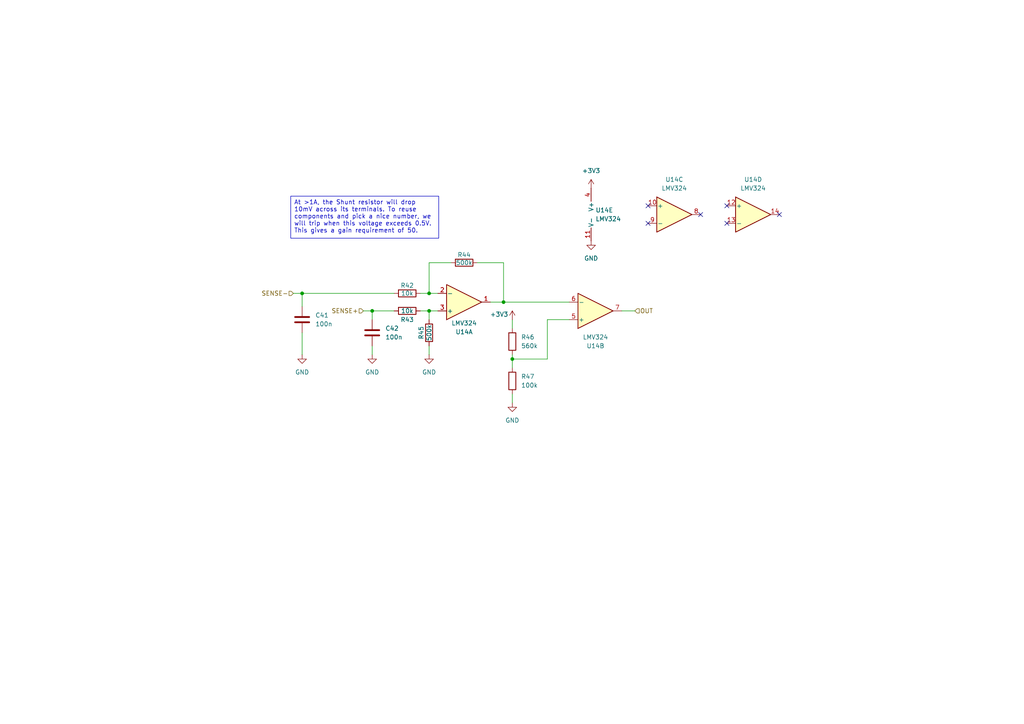
<source format=kicad_sch>
(kicad_sch (version 20250114) (generator "eeschema") (generator_version "9.0")
  (paper "A4")
  (title_block (title "LoRa Water Quality Management System Sensor Node"))
  (lib_symbols
    (symbol "Amplifier_Operational:LMV324" (pin_names (offset 0.127))
      (property "Reference" "U" (at 0 5.08 0))
      (property "Value" "LMV324" (at 0 -5.08 0))
      (symbol "LMV324_1_1"
        (polyline (pts (xy -5.08 5.08) (xy 5.08 0) (xy -5.08 -5.08) (xy -5.08 5.08)) (stroke (width 0.254)) (fill (type background)))
        (pin input line (at -7.62 2.54 0) (length 2.54) (name "+") (number "3"))
        (pin input line (at -7.62 -2.54 0) (length 2.54) (name "-") (number "2"))
        (pin output line (at 7.62 0 180) (length 2.54) (name "~") (number "1"))
      )
      (symbol "LMV324_2_1"
        (polyline (pts (xy -5.08 5.08) (xy 5.08 0) (xy -5.08 -5.08) (xy -5.08 5.08)) (stroke (width 0.254)) (fill (type background)))
        (pin input line (at -7.62 2.54 0) (length 2.54) (name "+") (number "5"))
        (pin input line (at -7.62 -2.54 0) (length 2.54) (name "-") (number "6"))
        (pin output line (at 7.62 0 180) (length 2.54) (name "~") (number "7"))
      )
      (symbol "LMV324_3_1"
        (polyline (pts (xy -5.08 5.08) (xy 5.08 0) (xy -5.08 -5.08) (xy -5.08 5.08)) (stroke (width 0.254)) (fill (type background)))
        (pin input line (at -7.62 2.54 0) (length 2.54) (name "+") (number "10"))
        (pin input line (at -7.62 -2.54 0) (length 2.54) (name "-") (number "9"))
        (pin output line (at 7.62 0 180) (length 2.54) (name "~") (number "8"))
      )
      (symbol "LMV324_4_1"
        (polyline (pts (xy -5.08 5.08) (xy 5.08 0) (xy -5.08 -5.08) (xy -5.08 5.08)) (stroke (width 0.254)) (fill (type background)))
        (pin input line (at -7.62 2.54 0) (length 2.54) (name "+") (number "12"))
        (pin input line (at -7.62 -2.54 0) (length 2.54) (name "-") (number "13"))
        (pin output line (at 7.62 0 180) (length 2.54) (name "~") (number "14"))
      )
      (symbol "LMV324_5_1"
        (pin power_in line (at -2.54 7.62 270) (length 3.81) (name "V+") (number "4"))
        (pin power_in line (at -2.54 -7.62 90) (length 3.81) (name "V-") (number "11"))
      )
    )
    (symbol "Device:C" (pin_numbers (hide yes)) (pin_names (offset 0.254))
      (property "Reference" "C" (at 0.635 2.54 0))
      (property "Value" "C" (at 0.635 -2.54 0))
      (symbol "C_0_1"
        (polyline (pts (xy -2.032 0.762) (xy 2.032 0.762)) (stroke (width 0.508)))
        (polyline (pts (xy -2.032 -0.762) (xy 2.032 -0.762)) (stroke (width 0.508)))
      )
      (symbol "C_1_1"
        (pin passive line (at 0 3.81 270) (length 2.794) (name "~") (number "1"))
        (pin passive line (at 0 -3.81 90) (length 2.794) (name "~") (number "2"))
      )
    )
    (symbol "Device:R" (pin_numbers (hide yes)) (pin_names (offset 0))
      (property "Reference" "R" (at 2.032 0 90))
      (property "Value" "R" (at 0 0 90))
      (symbol "R_0_1"
        (rectangle (start -1.016 -2.54) (end 1.016 2.54) (stroke (width 0.254)))
      )
      (symbol "R_1_1"
        (pin passive line (at 0 3.81 270) (length 1.27) (name "~") (number "1"))
        (pin passive line (at 0 -3.81 90) (length 1.27) (name "~") (number "2"))
      )
    )
    (symbol "power:+3V3" (power) (pin_numbers (hide yes)) (pin_names (offset 0) (hide yes))
      (property "Value" "+3V3" (at 0 3.556 0))
      (symbol "+3V3_0_1"
        (polyline (pts (xy -0.762 1.27) (xy 0 2.54)))
        (polyline (pts (xy 0 2.54) (xy 0.762 1.27)))
        (polyline (pts (xy 0 0) (xy 0 2.54)))
      )
      (symbol "+3V3_1_1"
        (pin power_in line (at 0 0 90) (length 0) (name "~") (number "1"))
      )
    )
    (symbol "power:GND" (power) (pin_numbers (hide yes)) (pin_names (offset 0) (hide yes))
      (property "Value" "GND" (at 0 -3.81 0))
      (symbol "GND_0_1"
        (polyline (pts (xy 0 0) (xy 0 -1.27) (xy 1.27 -1.27) (xy 0 -2.54) (xy -1.27 -1.27) (xy 0 -1.27)))
      )
      (symbol "GND_1_1"
        (pin power_in line (at 0 0 270) (length 0) (name "~") (number "1"))
      )
    )
  )
  (text_box "At >1A, the Shunt resistor will drop 10mV across its terminals. To reuse components and pick a nice number, we will trip when this voltage exceeds 0.5V. This gives a gain requirement of 50." (at 84.328 56.896 0) (size 42.926 12.192) (margins 0.9525 0.9525 0.9525 0.9525) (effects (font (size 1.27 1.27)) (justify left top)))
  (junction (at 124.46 85.09))
  (junction (at 107.95 90.17))
  (junction (at 87.63 85.09))
  (junction (at 148.59 104.14))
  (junction (at 146.05 87.63))
  (junction (at 124.46 90.17))
  (no_connect (at 187.96 59.69))
  (no_connect (at 226.06 62.23))
  (no_connect (at 210.82 64.77))
  (no_connect (at 187.96 64.77))
  (no_connect (at 203.2 62.23))
  (no_connect (at 210.82 59.69))
  (wire (pts (xy 124.46 76.2) (xy 124.46 85.09)))
  (wire (pts (xy 158.75 92.71) (xy 158.75 104.14)))
  (wire (pts (xy 87.63 85.09) (xy 87.63 88.9)))
  (wire (pts (xy 87.63 96.52) (xy 87.63 102.87)))
  (wire (pts (xy 148.59 114.3) (xy 148.59 116.84)))
  (wire (pts (xy 146.05 87.63) (xy 165.1 87.63)))
  (wire (pts (xy 148.59 102.87) (xy 148.59 104.14)))
  (wire (pts (xy 148.59 104.14) (xy 148.59 106.68)))
  (wire (pts (xy 158.75 104.14) (xy 148.59 104.14)))
  (wire (pts (xy 124.46 90.17) (xy 127 90.17)))
  (wire (pts (xy 85.09 85.09) (xy 87.63 85.09)))
  (wire (pts (xy 180.34 90.17) (xy 184.15 90.17)))
  (wire (pts (xy 124.46 100.33) (xy 124.46 102.87)))
  (wire (pts (xy 107.95 92.71) (xy 107.95 90.17)))
  (wire (pts (xy 124.46 85.09) (xy 127 85.09)))
  (wire (pts (xy 146.05 76.2) (xy 146.05 87.63)))
  (wire (pts (xy 148.59 92.71) (xy 148.59 95.25)))
  (wire (pts (xy 121.92 85.09) (xy 124.46 85.09)))
  (wire (pts (xy 130.81 76.2) (xy 124.46 76.2)))
  (wire (pts (xy 146.05 87.63) (xy 142.24 87.63)))
  (wire (pts (xy 107.95 90.17) (xy 114.3 90.17)))
  (wire (pts (xy 158.75 92.71) (xy 165.1 92.71)))
  (wire (pts (xy 87.63 85.09) (xy 114.3 85.09)))
  (wire (pts (xy 124.46 90.17) (xy 124.46 92.71)))
  (wire (pts (xy 121.92 90.17) (xy 124.46 90.17)))
  (wire (pts (xy 105.41 90.17) (xy 107.95 90.17)))
  (wire (pts (xy 138.43 76.2) (xy 146.05 76.2)))
  (wire (pts (xy 107.95 100.33) (xy 107.95 102.87)))
  (hierarchical_label "SENSE+" (shape input) (at 105.41 90.17 180))
  (hierarchical_label "OUT" (shape input) (at 184.15 90.17 0))
  (hierarchical_label "SENSE-" (shape input) (at 85.09 85.09 180))
  (symbol (lib_id "Device:R") (at 134.62 76.2 90) (unit 1)
    (property "Reference" "R44" (at 134.62 73.914 90))
    (property "Value" "500k" (at 134.62 76.2 90))
    (property "Footprint" "Resistor_SMD:R_0805_2012Metric_Pad1.20x1.40mm_HandSolder" (effects (hide yes)))
    (property "Description" "Resistor" (effects (hide yes)))
  )
  (symbol (lib_id "Amplifier_Operational:LMV324") (at 195.58 62.23 0) (unit 3)
    (property "Reference" "U14" (at 195.58 52.07 0))
    (property "Value" "LMV324" (at 195.58 54.61 0))
    (property "Footprint" "Package_SO:TSSOP-14_4.4x5mm_P0.65mm" (effects (hide yes)))
    (property "Datasheet" "http://www.ti.com/lit/ds/symlink/lmv324.pdf" (effects (hide yes)))
    (property "Description" "Quad Low-Voltage Rail-to-Rail Output Operational Amplifier, SOIC-14/SSOP-14" (effects (hide yes)))
  )
  (symbol (lib_id "power:GND") (at 107.95 102.87 0) (unit 1)
    (property "Reference" "#PWR072" (effects (hide yes)))
    (property "Value" "GND" (at 107.95 107.95 0))
    (property "Description" "Power symbol creates a global label with name \"GND\" , ground" (effects (hide yes)))
  )
  (symbol (lib_id "power:+3V3") (at 148.59 92.71 0) (unit 1)
    (property "Reference" "#PWR088" (effects (hide yes)))
    (property "Value" "+3V3" (at 144.78 91.186 0))
    (property "Description" "Power symbol creates a global label with name \"+3V3\"" (effects (hide yes)))
  )
  (symbol (lib_id "Device:C") (at 87.63 92.71 0) (unit 1)
    (property "Reference" "C41" (at 91.44 91.4399 0) (effects (justify left)))
    (property "Value" "100n" (at 91.44 93.9799 0) (effects (justify left)))
    (property "Footprint" "Capacitor_SMD:C_0805_2012Metric_Pad1.18x1.45mm_HandSolder" (effects (hide yes)))
    (property "Description" "Unpolarized capacitor" (effects (hide yes)))
  )
  (symbol (lib_id "Device:R") (at 148.59 110.49 0) (unit 1)
    (property "Reference" "R47" (at 151.13 109.2199 0) (effects (justify left)))
    (property "Value" "100k" (at 151.13 111.7599 0) (effects (justify left)))
    (property "Footprint" "Resistor_SMD:R_0805_2012Metric_Pad1.20x1.40mm_HandSolder" (effects (hide yes)))
    (property "Description" "Resistor" (effects (hide yes)))
  )
  (symbol (lib_id "power:GND") (at 171.45 69.85 0) (unit 1)
    (property "Reference" "#PWR090" (effects (hide yes)))
    (property "Value" "GND" (at 171.45 74.93 0))
    (property "Description" "Power symbol creates a global label with name \"GND\" , ground" (effects (hide yes)))
  )
  (symbol (lib_id "Device:R") (at 118.11 90.17 90) (unit 1)
    (property "Reference" "R43" (at 118.11 92.71 90))
    (property "Value" "10k" (at 118.11 90.17 90))
    (property "Footprint" "Resistor_SMD:R_0805_2012Metric_Pad1.20x1.40mm_HandSolder" (effects (hide yes)))
    (property "Description" "Resistor" (effects (hide yes)))
  )
  (symbol (lib_id "Device:R") (at 118.11 85.09 90) (unit 1)
    (property "Reference" "R42" (at 118.11 82.804 90))
    (property "Value" "10k" (at 118.11 85.09 90))
    (property "Footprint" "Resistor_SMD:R_0805_2012Metric_Pad1.20x1.40mm_HandSolder" (effects (hide yes)))
    (property "Description" "Resistor" (effects (hide yes)))
  )
  (symbol (lib_id "power:GND") (at 124.46 102.87 0) (unit 1)
    (property "Reference" "#PWR086" (effects (hide yes)))
    (property "Value" "GND" (at 124.46 107.95 0))
    (property "Description" "Power symbol creates a global label with name \"GND\" , ground" (effects (hide yes)))
  )
  (symbol (lib_id "Amplifier_Operational:LMV324") (at 218.44 62.23 0) (unit 4)
    (property "Reference" "U14" (at 218.44 52.07 0))
    (property "Value" "LMV324" (at 218.44 54.61 0))
    (property "Footprint" "Package_SO:TSSOP-14_4.4x5mm_P0.65mm" (effects (hide yes)))
    (property "Datasheet" "http://www.ti.com/lit/ds/symlink/lmv324.pdf" (effects (hide yes)))
    (property "Description" "Quad Low-Voltage Rail-to-Rail Output Operational Amplifier, SOIC-14/SSOP-14" (effects (hide yes)))
  )
  (symbol (lib_id "Device:R") (at 148.59 99.06 0) (unit 1)
    (property "Reference" "R46" (at 151.13 97.7899 0) (effects (justify left)))
    (property "Value" "560k" (at 151.13 100.3299 0) (effects (justify left)))
    (property "Footprint" "Resistor_SMD:R_0805_2012Metric_Pad1.20x1.40mm_HandSolder" (effects (hide yes)))
    (property "Description" "Resistor" (effects (hide yes)))
  )
  (symbol (lib_id "Amplifier_Operational:LMV324") (at 134.62 87.63 0) (mirror x) (unit 1)
    (property "Reference" "U14" (at 134.62 96.266 0))
    (property "Value" "LMV324" (at 134.62 93.726 0))
    (property "Footprint" "Package_SO:TSSOP-14_4.4x5mm_P0.65mm" (effects (hide yes)))
    (property "Datasheet" "http://www.ti.com/lit/ds/symlink/lmv324.pdf" (effects (hide yes)))
    (property "Description" "Quad Low-Voltage Rail-to-Rail Output Operational Amplifier, SOIC-14/SSOP-14" (effects (hide yes)))
  )
  (symbol (lib_id "Amplifier_Operational:LMV324") (at 173.99 62.23 0) (unit 5)
    (property "Reference" "U14" (at 172.72 60.9599 0) (effects (justify left)))
    (property "Value" "LMV324" (at 172.72 63.4999 0) (effects (justify left)))
    (property "Footprint" "Package_SO:TSSOP-14_4.4x5mm_P0.65mm" (effects (hide yes)))
    (property "Datasheet" "http://www.ti.com/lit/ds/symlink/lmv324.pdf" (effects (hide yes)))
    (property "Description" "Quad Low-Voltage Rail-to-Rail Output Operational Amplifier, SOIC-14/SSOP-14" (effects (hide yes)))
  )
  (symbol (lib_id "power:+3V3") (at 171.45 54.61 0) (unit 1)
    (property "Reference" "#PWR089" (effects (hide yes)))
    (property "Value" "+3V3" (at 171.45 49.53 0))
    (property "Description" "Power symbol creates a global label with name \"+3V3\"" (effects (hide yes)))
  )
  (symbol (lib_id "Amplifier_Operational:LMV324") (at 172.72 90.17 0) (mirror x) (unit 2)
    (property "Reference" "U14" (at 172.72 100.33 0))
    (property "Value" "LMV324" (at 172.72 97.79 0))
    (property "Footprint" "Package_SO:TSSOP-14_4.4x5mm_P0.65mm" (effects (hide yes)))
    (property "Datasheet" "http://www.ti.com/lit/ds/symlink/lmv324.pdf" (effects (hide yes)))
    (property "Description" "Quad Low-Voltage Rail-to-Rail Output Operational Amplifier, SOIC-14/SSOP-14" (effects (hide yes)))
  )
  (symbol (lib_id "Device:R") (at 124.46 96.52 180) (unit 1)
    (property "Reference" "R45" (at 122.174 96.52 90))
    (property "Value" "500k" (at 124.46 96.52 90))
    (property "Footprint" "Resistor_SMD:R_0805_2012Metric_Pad1.20x1.40mm_HandSolder" (effects (hide yes)))
    (property "Description" "Resistor" (effects (hide yes)))
  )
  (symbol (lib_id "power:GND") (at 148.59 116.84 0) (unit 1)
    (property "Reference" "#PWR087" (effects (hide yes)))
    (property "Value" "GND" (at 148.59 121.92 0))
    (property "Description" "Power symbol creates a global label with name \"GND\" , ground" (effects (hide yes)))
  )
  (symbol (lib_id "Device:C") (at 107.95 96.52 0) (unit 1)
    (property "Reference" "C42" (at 111.76 95.2499 0) (effects (justify left)))
    (property "Value" "100n" (at 111.76 97.7899 0) (effects (justify left)))
    (property "Footprint" "Capacitor_SMD:C_0805_2012Metric_Pad1.18x1.45mm_HandSolder" (effects (hide yes)))
    (property "Description" "Unpolarized capacitor" (effects (hide yes)))
  )
  (symbol (lib_id "power:GND") (at 87.63 102.87 0) (unit 1)
    (property "Reference" "#PWR071" (effects (hide yes)))
    (property "Value" "GND" (at 87.63 107.95 0))
    (property "Description" "Power symbol creates a global label with name \"GND\" , ground" (effects (hide yes)))
  )
)
</source>
